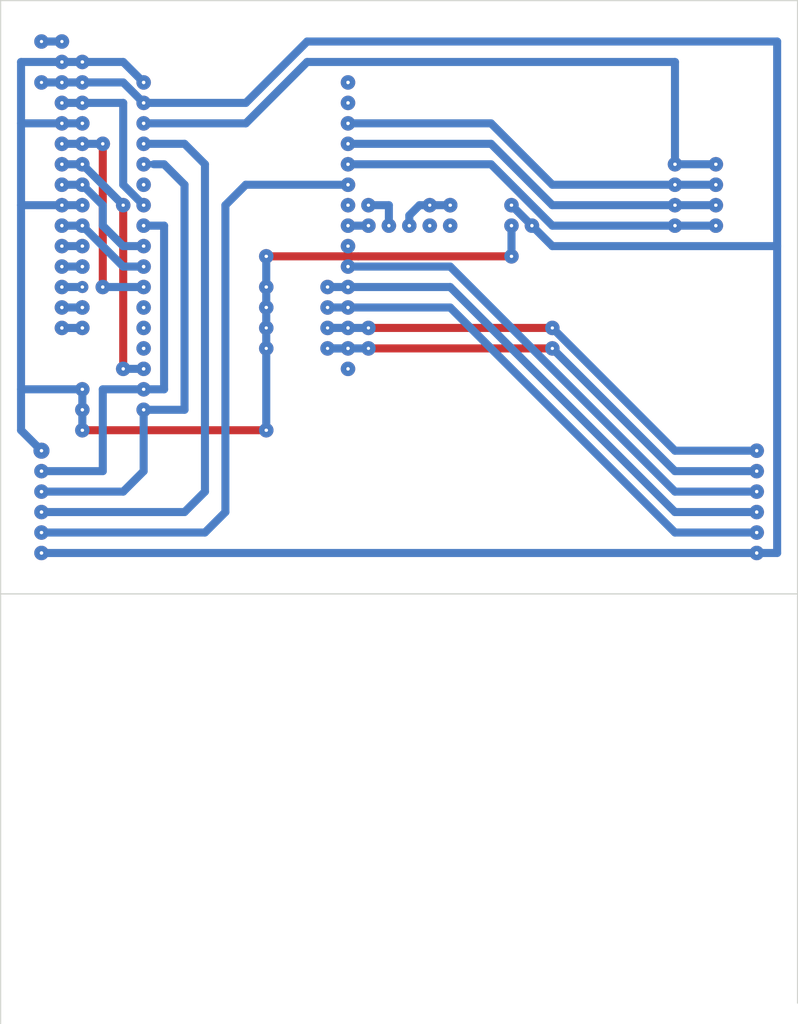
<source format=kicad_pcb>
(kicad_pcb (version 20171130) (host pcbnew "(5.0.1-3-g963ef8bb5)")

  (general
    (thickness 1.6)
    (drawings 5)
    (tracks 727)
    (zones 0)
    (modules 0)
    (nets 1)
  )

  (page A4)
  (layers
    (0 F.Cu signal)
    (31 B.Cu signal)
    (32 B.Adhes user)
    (33 F.Adhes user)
    (34 B.Paste user)
    (35 F.Paste user)
    (36 B.SilkS user)
    (37 F.SilkS user)
    (38 B.Mask user)
    (39 F.Mask user)
    (40 Dwgs.User user)
    (41 Cmts.User user)
    (42 Eco1.User user)
    (43 Eco2.User user)
    (44 Edge.Cuts user)
    (45 Margin user)
    (46 B.CrtYd user)
    (47 F.CrtYd user)
    (48 B.Fab user)
    (49 F.Fab user)
  )

  (setup
    (last_trace_width 1)
    (trace_clearance 0.2)
    (zone_clearance 0.508)
    (zone_45_only no)
    (trace_min 0.2)
    (segment_width 0.2)
    (edge_width 0.15)
    (via_size 1.8)
    (via_drill 0.4)
    (via_min_size 0.4)
    (via_min_drill 0.3)
    (uvia_size 0.3)
    (uvia_drill 0.1)
    (uvias_allowed no)
    (uvia_min_size 0.2)
    (uvia_min_drill 0.1)
    (pcb_text_width 0.3)
    (pcb_text_size 1.5 1.5)
    (mod_edge_width 0.15)
    (mod_text_size 1 1)
    (mod_text_width 0.15)
    (pad_size 1.524 1.524)
    (pad_drill 0.762)
    (pad_to_mask_clearance 0.051)
    (solder_mask_min_width 0.25)
    (aux_axis_origin 0 0)
    (visible_elements FFFFFF7F)
    (pcbplotparams
      (layerselection 0x010fc_ffffffff)
      (usegerberextensions false)
      (usegerberattributes false)
      (usegerberadvancedattributes false)
      (creategerberjobfile false)
      (excludeedgelayer true)
      (linewidth 0.150000)
      (plotframeref false)
      (viasonmask false)
      (mode 1)
      (useauxorigin false)
      (hpglpennumber 1)
      (hpglpenspeed 20)
      (hpglpendiameter 15.000000)
      (psnegative false)
      (psa4output false)
      (plotreference true)
      (plotvalue true)
      (plotinvisibletext false)
      (padsonsilk false)
      (subtractmaskfromsilk false)
      (outputformat 1)
      (mirror false)
      (drillshape 1)
      (scaleselection 1)
      (outputdirectory ""))
  )

  (net 0 "")

  (net_class Default "This is the default net class."
    (clearance 0.2)
    (trace_width 1)
    (via_dia 1.8)
    (via_drill 0.4)
    (uvia_dia 0.3)
    (uvia_drill 0.1)
  )

  (net_class neti ""
    (clearance 0.2)
    (trace_width 0.8)
    (via_dia 3)
    (via_drill 0.4)
    (uvia_dia 0.3)
    (uvia_drill 0.1)
  )

  (gr_line (start 57.15 91.44) (end 43.18 91.44) (layer Edge.Cuts) (width 0.15))
  (gr_line (start 57.15 91.44) (end 142.24 91.44) (layer Edge.Cuts) (width 0.15))
  (gr_line (start 142.24 17.78) (end 142.24 142.24) (layer Edge.Cuts) (width 0.15))
  (gr_line (start 43.18 17.78) (end 142.24 17.78) (layer Edge.Cuts) (width 0.15))
  (gr_line (start 43.18 144.78) (end 43.18 17.78) (layer Edge.Cuts) (width 0.15))

  (via (at 60.96 27.94) (size 0.8) (drill 0.4) (layers F.Cu B.Cu) (net 0))
  (via (at 60.96 30.48) (size 0.8) (drill 0.4) (layers F.Cu B.Cu) (net 0))
  (via (at 60.96 33.02) (size 0.8) (drill 0.4) (layers F.Cu B.Cu) (net 0))
  (via (at 60.96 35.56) (size 0.8) (drill 0.4) (layers F.Cu B.Cu) (net 0))
  (via (at 60.96 38.1) (size 0.8) (drill 0.4) (layers F.Cu B.Cu) (net 0))
  (via (at 60.96 38.1) (size 0.8) (drill 0.4) (layers F.Cu B.Cu) (net 0) (tstamp 5C68311F))
  (via (at 60.96 38.1) (size 0.8) (drill 0.4) (layers F.Cu B.Cu) (net 0))
  (via (at 60.96 40.64) (size 0.8) (drill 0.4) (layers F.Cu B.Cu) (net 0))
  (via (at 60.96 43.18) (size 0.8) (drill 0.4) (layers F.Cu B.Cu) (net 0))
  (via (at 60.96 45.72) (size 0.8) (drill 0.4) (layers F.Cu B.Cu) (net 0))
  (via (at 60.96 48.26) (size 0.8) (drill 0.4) (layers F.Cu B.Cu) (net 0))
  (via (at 60.96 50.8) (size 0.8) (drill 0.4) (layers F.Cu B.Cu) (net 0))
  (via (at 60.96 53.34) (size 0.8) (drill 0.4) (layers F.Cu B.Cu) (net 0))
  (via (at 60.96 55.88) (size 0.8) (drill 0.4) (layers F.Cu B.Cu) (net 0))
  (via (at 60.96 58.42) (size 0.8) (drill 0.4) (layers F.Cu B.Cu) (net 0))
  (via (at 60.96 60.96) (size 0.8) (drill 0.4) (layers F.Cu B.Cu) (net 0))
  (via (at 60.96 63.5) (size 0.8) (drill 0.4) (layers F.Cu B.Cu) (net 0))
  (via (at 86.36 27.94) (size 0.8) (drill 0.4) (layers F.Cu B.Cu) (net 0))
  (via (at 86.36 30.48) (size 0.8) (drill 0.4) (layers F.Cu B.Cu) (net 0))
  (via (at 86.36 33.02) (size 0.8) (drill 0.4) (layers F.Cu B.Cu) (net 0))
  (via (at 86.36 35.56) (size 0.8) (drill 0.4) (layers F.Cu B.Cu) (net 0))
  (via (at 86.36 38.1) (size 0.8) (drill 0.4) (layers F.Cu B.Cu) (net 0))
  (via (at 86.36 40.64) (size 0.8) (drill 0.4) (layers F.Cu B.Cu) (net 0))
  (via (at 86.36 43.18) (size 0.8) (drill 0.4) (layers F.Cu B.Cu) (net 0))
  (via (at 86.36 45.72) (size 0.8) (drill 0.4) (layers F.Cu B.Cu) (net 0))
  (via (at 86.36 48.26) (size 0.8) (drill 0.4) (layers F.Cu B.Cu) (net 0))
  (via (at 86.36 50.8) (size 0.8) (drill 0.4) (layers F.Cu B.Cu) (net 0))
  (via (at 86.36 53.34) (size 0.8) (drill 0.4) (layers F.Cu B.Cu) (net 0))
  (via (at 86.36 55.88) (size 0.8) (drill 0.4) (layers F.Cu B.Cu) (net 0))
  (via (at 86.36 58.42) (size 0.8) (drill 0.4) (layers F.Cu B.Cu) (net 0))
  (via (at 86.36 60.96) (size 0.8) (drill 0.4) (layers F.Cu B.Cu) (net 0))
  (via (at 86.36 63.5) (size 0.8) (drill 0.4) (layers F.Cu B.Cu) (net 0))
  (via (at 53.34 25.4) (size 0.8) (drill 0.4) (layers F.Cu B.Cu) (net 0))
  (via (at 53.34 27.94) (size 0.8) (drill 0.4) (layers F.Cu B.Cu) (net 0))
  (via (at 53.34 30.48) (size 0.8) (drill 0.4) (layers F.Cu B.Cu) (net 0))
  (via (at 53.34 33.02) (size 0.8) (drill 0.4) (layers F.Cu B.Cu) (net 0))
  (via (at 53.34 35.56) (size 0.8) (drill 0.4) (layers F.Cu B.Cu) (net 0))
  (via (at 53.34 38.1) (size 0.8) (drill 0.4) (layers F.Cu B.Cu) (net 0))
  (via (at 53.34 40.64) (size 0.8) (drill 0.4) (layers F.Cu B.Cu) (net 0))
  (via (at 53.34 43.18) (size 0.8) (drill 0.4) (layers F.Cu B.Cu) (net 0))
  (via (at 53.34 45.72) (size 0.8) (drill 0.4) (layers F.Cu B.Cu) (net 0))
  (via (at 53.34 48.26) (size 0.8) (drill 0.4) (layers F.Cu B.Cu) (net 0))
  (via (at 53.34 50.8) (size 0.8) (drill 0.4) (layers F.Cu B.Cu) (net 0))
  (via (at 53.34 53.34) (size 0.8) (drill 0.4) (layers F.Cu B.Cu) (net 0))
  (via (at 53.34 55.88) (size 0.8) (drill 0.4) (layers F.Cu B.Cu) (net 0))
  (via (at 53.34 58.42) (size 0.8) (drill 0.4) (layers F.Cu B.Cu) (net 0))
  (segment (start 50.8 25.4) (end 50.8 25.4) (width 0.25) (layer B.Cu) (net 0) (tstamp 5C683492))
  (via (at 50.8 25.4) (size 0.8) (drill 0.4) (layers F.Cu B.Cu) (net 0))
  (via (at 50.8 27.94) (size 0.8) (drill 0.4) (layers F.Cu B.Cu) (net 0))
  (via (at 50.8 30.48) (size 0.8) (drill 0.4) (layers F.Cu B.Cu) (net 0))
  (via (at 50.8 33.02) (size 0.8) (drill 0.4) (layers F.Cu B.Cu) (net 0))
  (via (at 50.8 35.56) (size 0.8) (drill 0.4) (layers F.Cu B.Cu) (net 0))
  (via (at 50.8 38.1) (size 0.8) (drill 0.4) (layers F.Cu B.Cu) (net 0))
  (via (at 50.8 40.64) (size 0.8) (drill 0.4) (layers F.Cu B.Cu) (net 0))
  (via (at 50.8 43.18) (size 0.8) (drill 0.4) (layers F.Cu B.Cu) (net 0))
  (via (at 50.8 45.72) (size 0.8) (drill 0.4) (layers F.Cu B.Cu) (net 0))
  (via (at 50.8 48.26) (size 0.8) (drill 0.4) (layers F.Cu B.Cu) (net 0))
  (via (at 50.8 50.8) (size 0.8) (drill 0.4) (layers F.Cu B.Cu) (net 0))
  (via (at 50.8 53.34) (size 0.8) (drill 0.4) (layers F.Cu B.Cu) (net 0))
  (via (at 50.8 55.88) (size 0.8) (drill 0.4) (layers F.Cu B.Cu) (net 0))
  (via (at 50.8 58.42) (size 0.8) (drill 0.4) (layers F.Cu B.Cu) (net 0))
  (via (at 127 38.1) (size 0.8) (drill 0.4) (layers F.Cu B.Cu) (net 0))
  (via (at 127 40.64) (size 0.8) (drill 0.4) (layers F.Cu B.Cu) (net 0))
  (via (at 127 43.18) (size 0.8) (drill 0.4) (layers F.Cu B.Cu) (net 0))
  (via (at 127 45.72) (size 0.8) (drill 0.4) (layers F.Cu B.Cu) (net 0))
  (via (at 132.08 45.72) (size 0.8) (drill 0.4) (layers F.Cu B.Cu) (net 0))
  (via (at 132.08 43.18) (size 0.8) (drill 0.4) (layers F.Cu B.Cu) (net 0))
  (via (at 132.08 40.64) (size 0.8) (drill 0.4) (layers F.Cu B.Cu) (net 0))
  (via (at 132.08 38.1) (size 0.8) (drill 0.4) (layers F.Cu B.Cu) (net 0))
  (via (at 48.26 76.2) (size 0.8) (drill 0.4) (layers F.Cu B.Cu) (net 0))
  (via (at 48.26 78.74) (size 0.8) (drill 0.4) (layers F.Cu B.Cu) (net 0))
  (via (at 48.26 81.28) (size 0.8) (drill 0.4) (layers F.Cu B.Cu) (net 0))
  (via (at 48.26 83.82) (size 0.8) (drill 0.4) (layers F.Cu B.Cu) (net 0))
  (via (at 48.26 86.36) (size 0.8) (drill 0.4) (layers F.Cu B.Cu) (net 0))
  (via (at 137.16 76.2) (size 0.8) (drill 0.4) (layers F.Cu B.Cu) (net 0))
  (via (at 137.16 78.74) (size 0.8) (drill 0.4) (layers F.Cu B.Cu) (net 0))
  (via (at 137.16 81.28) (size 0.8) (drill 0.4) (layers F.Cu B.Cu) (net 0))
  (via (at 137.16 83.82) (size 0.8) (drill 0.4) (layers F.Cu B.Cu) (net 0))
  (via (at 137.16 86.36) (size 0.8) (drill 0.4) (layers F.Cu B.Cu) (net 0))
  (via (at 48.26 78.74) (size 0.8) (drill 0.4) (layers F.Cu B.Cu) (net 0) (tstamp 5C6836AE))
  (via (at 48.26 78.74) (size 0.8) (drill 0.4) (layers F.Cu B.Cu) (net 0))
  (via (at 60.96 63.5) (size 0.8) (drill 0.4) (layers F.Cu B.Cu) (net 0) (tstamp 5C6837BA))
  (via (at 60.96 63.5) (size 1.2) (drill 0.4) (layers F.Cu B.Cu) (net 0))
  (via (at 60.96 60.96) (size 0.8) (drill 0.4) (layers F.Cu B.Cu) (net 0) (tstamp 5C6837BC))
  (via (at 60.96 60.96) (size 1.2) (drill 0.4) (layers F.Cu B.Cu) (net 0))
  (via (at 60.96 27.94) (size 0.8) (drill 0.4) (layers F.Cu B.Cu) (net 0) (tstamp 5C6837BF))
  (via (at 60.96 27.94) (size 1.2) (drill 0.4) (layers F.Cu B.Cu) (net 0))
  (via (at 60.96 30.48) (size 0.8) (drill 0.4) (layers F.Cu B.Cu) (net 0) (tstamp 5C6837C1))
  (via (at 60.96 30.48) (size 1.2) (drill 0.4) (layers F.Cu B.Cu) (net 0))
  (via (at 60.96 33.02) (size 0.8) (drill 0.4) (layers F.Cu B.Cu) (net 0) (tstamp 5C6837C3))
  (via (at 60.96 33.02) (size 1.2) (drill 0.4) (layers F.Cu B.Cu) (net 0))
  (via (at 60.96 35.56) (size 0.8) (drill 0.4) (layers F.Cu B.Cu) (net 0) (tstamp 5C6837C5))
  (via (at 60.96 35.56) (size 1.2) (drill 0.4) (layers F.Cu B.Cu) (net 0))
  (via (at 60.96 38.1) (size 0.8) (drill 0.4) (layers F.Cu B.Cu) (net 0) (tstamp 5C6837C7))
  (via (at 60.96 38.1) (size 1.2) (drill 0.4) (layers F.Cu B.Cu) (net 0))
  (via (at 60.96 40.64) (size 0.8) (drill 0.4) (layers F.Cu B.Cu) (net 0) (tstamp 5C6837C9))
  (via (at 60.96 40.64) (size 1.2) (drill 0.4) (layers F.Cu B.Cu) (net 0))
  (via (at 60.96 43.18) (size 0.8) (drill 0.4) (layers F.Cu B.Cu) (net 0) (tstamp 5C6837CB))
  (via (at 60.96 43.18) (size 1.2) (drill 0.4) (layers F.Cu B.Cu) (net 0))
  (via (at 60.96 45.72) (size 0.8) (drill 0.4) (layers F.Cu B.Cu) (net 0) (tstamp 5C6837CD))
  (via (at 60.96 45.72) (size 1.2) (drill 0.4) (layers F.Cu B.Cu) (net 0))
  (via (at 60.96 48.26) (size 0.8) (drill 0.4) (layers F.Cu B.Cu) (net 0) (tstamp 5C6837CF))
  (via (at 60.96 48.26) (size 1.2) (drill 0.4) (layers F.Cu B.Cu) (net 0))
  (via (at 60.96 50.8) (size 0.8) (drill 0.4) (layers F.Cu B.Cu) (net 0) (tstamp 5C6837D1))
  (via (at 60.96 50.8) (size 1.2) (drill 0.4) (layers F.Cu B.Cu) (net 0))
  (via (at 60.96 53.34) (size 0.8) (drill 0.4) (layers F.Cu B.Cu) (net 0) (tstamp 5C6837D3))
  (via (at 60.96 53.34) (size 1.2) (drill 0.4) (layers F.Cu B.Cu) (net 0))
  (via (at 60.96 55.88) (size 0.8) (drill 0.4) (layers F.Cu B.Cu) (net 0) (tstamp 5C6837D5))
  (via (at 60.96 55.88) (size 1.2) (drill 0.4) (layers F.Cu B.Cu) (net 0))
  (via (at 60.96 58.42) (size 0.8) (drill 0.4) (layers F.Cu B.Cu) (net 0) (tstamp 5C6837D7))
  (via (at 60.96 58.42) (size 1.2) (drill 0.4) (layers F.Cu B.Cu) (net 0))
  (via (at 60.96 60.96) (size 0.8) (drill 0.4) (layers F.Cu B.Cu) (net 0) (tstamp 5C6837D9))
  (via (at 60.96 60.96) (size 1.2) (drill 0.4) (layers F.Cu B.Cu) (net 0))
  (via (at 86.36 27.94) (size 0.8) (drill 0.4) (layers F.Cu B.Cu) (net 0) (tstamp 5C6837DB))
  (via (at 86.36 27.94) (size 1.2) (drill 0.4) (layers F.Cu B.Cu) (net 0))
  (via (at 86.36 30.48) (size 0.8) (drill 0.4) (layers F.Cu B.Cu) (net 0) (tstamp 5C6837DD))
  (via (at 86.36 30.48) (size 1.2) (drill 0.4) (layers F.Cu B.Cu) (net 0))
  (via (at 86.36 33.02) (size 0.8) (drill 0.4) (layers F.Cu B.Cu) (net 0) (tstamp 5C6837DF))
  (via (at 86.36 33.02) (size 1.2) (drill 0.4) (layers F.Cu B.Cu) (net 0))
  (via (at 86.36 35.56) (size 0.8) (drill 0.4) (layers F.Cu B.Cu) (net 0) (tstamp 5C6837E1))
  (via (at 86.36 35.56) (size 1.2) (drill 0.4) (layers F.Cu B.Cu) (net 0))
  (via (at 86.36 38.1) (size 0.8) (drill 0.4) (layers F.Cu B.Cu) (net 0) (tstamp 5C6837E3))
  (via (at 86.36 38.1) (size 1.2) (drill 0.4) (layers F.Cu B.Cu) (net 0))
  (via (at 86.36 40.64) (size 0.8) (drill 0.4) (layers F.Cu B.Cu) (net 0) (tstamp 5C6837E5))
  (via (at 86.36 40.64) (size 1.2) (drill 0.4) (layers F.Cu B.Cu) (net 0))
  (via (at 60.96 63.5) (size 0.8) (drill 0.4) (layers F.Cu B.Cu) (net 0) (tstamp 5C6837EF))
  (via (at 60.96 63.5) (size 1.2) (drill 0.4) (layers F.Cu B.Cu) (net 0))
  (via (at 60.96 63.5) (size 0.8) (drill 0.4) (layers F.Cu B.Cu) (net 0) (tstamp 5C6837F3))
  (via (at 60.96 63.5) (size 1.5) (drill 0.4) (layers F.Cu B.Cu) (net 0))
  (via (at 60.96 60.96) (size 0.8) (drill 0.4) (layers F.Cu B.Cu) (net 0) (tstamp 5C6837F5))
  (via (at 60.96 60.96) (size 1.5) (drill 0.4) (layers F.Cu B.Cu) (net 0))
  (via (at 60.96 60.96) (size 0.8) (drill 0.4) (layers F.Cu B.Cu) (net 0) (tstamp 5C6837F7))
  (via (at 60.96 60.96) (size 1.5) (drill 0.4) (layers F.Cu B.Cu) (net 0))
  (via (at 60.96 58.42) (size 0.8) (drill 0.4) (layers F.Cu B.Cu) (net 0) (tstamp 5C6837F9))
  (via (at 60.96 58.42) (size 1.5) (drill 0.4) (layers F.Cu B.Cu) (net 0))
  (via (at 60.96 55.88) (size 0.8) (drill 0.4) (layers F.Cu B.Cu) (net 0) (tstamp 5C6837FB))
  (via (at 60.96 55.88) (size 1.5) (drill 0.4) (layers F.Cu B.Cu) (net 0))
  (via (at 60.96 53.34) (size 0.8) (drill 0.4) (layers F.Cu B.Cu) (net 0) (tstamp 5C6837FD))
  (via (at 60.96 53.34) (size 1.5) (drill 0.4) (layers F.Cu B.Cu) (net 0))
  (via (at 60.96 50.8) (size 0.8) (drill 0.4) (layers F.Cu B.Cu) (net 0) (tstamp 5C6837FF))
  (via (at 60.96 50.8) (size 1.5) (drill 0.4) (layers F.Cu B.Cu) (net 0))
  (via (at 60.96 48.26) (size 0.8) (drill 0.4) (layers F.Cu B.Cu) (net 0) (tstamp 5C683801))
  (via (at 60.96 48.26) (size 1.5) (drill 0.4) (layers F.Cu B.Cu) (net 0))
  (via (at 60.96 45.72) (size 0.8) (drill 0.4) (layers F.Cu B.Cu) (net 0) (tstamp 5C683803))
  (via (at 60.96 45.72) (size 1.5) (drill 0.4) (layers F.Cu B.Cu) (net 0))
  (via (at 60.96 43.18) (size 0.8) (drill 0.4) (layers F.Cu B.Cu) (net 0) (tstamp 5C683805))
  (via (at 60.96 43.18) (size 1.5) (drill 0.4) (layers F.Cu B.Cu) (net 0))
  (via (at 60.96 40.64) (size 0.8) (drill 0.4) (layers F.Cu B.Cu) (net 0) (tstamp 5C683807))
  (via (at 60.96 40.64) (size 1.5) (drill 0.4) (layers F.Cu B.Cu) (net 0))
  (via (at 60.96 38.1) (size 0.8) (drill 0.4) (layers F.Cu B.Cu) (net 0) (tstamp 5C683809))
  (via (at 60.96 38.1) (size 1.5) (drill 0.4) (layers F.Cu B.Cu) (net 0))
  (via (at 60.96 35.56) (size 0.8) (drill 0.4) (layers F.Cu B.Cu) (net 0) (tstamp 5C68380B))
  (via (at 60.96 35.56) (size 1.5) (drill 0.4) (layers F.Cu B.Cu) (net 0))
  (via (at 60.96 33.02) (size 0.8) (drill 0.4) (layers F.Cu B.Cu) (net 0) (tstamp 5C68380D))
  (via (at 60.96 33.02) (size 1.5) (drill 0.4) (layers F.Cu B.Cu) (net 0))
  (via (at 60.96 30.48) (size 0.8) (drill 0.4) (layers F.Cu B.Cu) (net 0) (tstamp 5C68380F))
  (via (at 60.96 30.48) (size 1.5) (drill 0.4) (layers F.Cu B.Cu) (net 0))
  (via (at 60.96 27.94) (size 0.8) (drill 0.4) (layers F.Cu B.Cu) (net 0) (tstamp 5C683811))
  (via (at 60.96 27.94) (size 1.5) (drill 0.4) (layers F.Cu B.Cu) (net 0))
  (via (at 53.34 25.4) (size 0.8) (drill 0.4) (layers F.Cu B.Cu) (net 0) (tstamp 5C683813))
  (via (at 53.34 25.4) (size 1.5) (drill 0.4) (layers F.Cu B.Cu) (net 0))
  (via (at 53.34 27.94) (size 0.8) (drill 0.4) (layers F.Cu B.Cu) (net 0) (tstamp 5C683815))
  (via (at 53.34 27.94) (size 1.5) (drill 0.4) (layers F.Cu B.Cu) (net 0))
  (via (at 53.34 30.48) (size 0.8) (drill 0.4) (layers F.Cu B.Cu) (net 0) (tstamp 5C683817))
  (via (at 53.34 30.48) (size 1.5) (drill 0.4) (layers F.Cu B.Cu) (net 0))
  (via (at 53.34 33.02) (size 0.8) (drill 0.4) (layers F.Cu B.Cu) (net 0) (tstamp 5C683819))
  (via (at 53.34 33.02) (size 1.5) (drill 0.4) (layers F.Cu B.Cu) (net 0))
  (via (at 53.34 35.56) (size 0.8) (drill 0.4) (layers F.Cu B.Cu) (net 0) (tstamp 5C68381B))
  (via (at 53.34 35.56) (size 1.5) (drill 0.4) (layers F.Cu B.Cu) (net 0))
  (via (at 53.34 38.1) (size 0.8) (drill 0.4) (layers F.Cu B.Cu) (net 0) (tstamp 5C68381D))
  (via (at 53.34 38.1) (size 1.5) (drill 0.4) (layers F.Cu B.Cu) (net 0))
  (via (at 53.34 40.64) (size 0.8) (drill 0.4) (layers F.Cu B.Cu) (net 0) (tstamp 5C68381F))
  (via (at 53.34 40.64) (size 1.5) (drill 0.4) (layers F.Cu B.Cu) (net 0))
  (via (at 53.34 43.18) (size 0.8) (drill 0.4) (layers F.Cu B.Cu) (net 0) (tstamp 5C683821))
  (via (at 53.34 43.18) (size 1.5) (drill 0.4) (layers F.Cu B.Cu) (net 0))
  (via (at 53.34 45.72) (size 0.8) (drill 0.4) (layers F.Cu B.Cu) (net 0) (tstamp 5C683823))
  (via (at 53.34 45.72) (size 1.5) (drill 0.4) (layers F.Cu B.Cu) (net 0))
  (via (at 53.34 48.26) (size 0.8) (drill 0.4) (layers F.Cu B.Cu) (net 0) (tstamp 5C683825))
  (via (at 53.34 48.26) (size 1.5) (drill 0.4) (layers F.Cu B.Cu) (net 0))
  (via (at 53.34 50.8) (size 0.8) (drill 0.4) (layers F.Cu B.Cu) (net 0) (tstamp 5C683827))
  (via (at 53.34 50.8) (size 1.5) (drill 0.4) (layers F.Cu B.Cu) (net 0))
  (via (at 53.34 53.34) (size 0.8) (drill 0.4) (layers F.Cu B.Cu) (net 0) (tstamp 5C683829))
  (via (at 53.34 53.34) (size 1.5) (drill 0.4) (layers F.Cu B.Cu) (net 0))
  (via (at 53.34 55.88) (size 0.8) (drill 0.4) (layers F.Cu B.Cu) (net 0) (tstamp 5C68382B))
  (via (at 53.34 55.88) (size 1.5) (drill 0.4) (layers F.Cu B.Cu) (net 0))
  (via (at 53.34 58.42) (size 0.8) (drill 0.4) (layers F.Cu B.Cu) (net 0) (tstamp 5C68382D))
  (via (at 53.34 58.42) (size 1.5) (drill 0.4) (layers F.Cu B.Cu) (net 0))
  (segment (start 50.8 25.4) (end 50.8 25.4) (width 0.25) (layer B.Cu) (net 0) (tstamp 5C68382F))
  (via (at 50.8 25.4) (size 1.5) (drill 0.4) (layers F.Cu B.Cu) (net 0))
  (via (at 50.8 27.94) (size 0.8) (drill 0.4) (layers F.Cu B.Cu) (net 0) (tstamp 5C683831))
  (via (at 50.8 27.94) (size 1.5) (drill 0.4) (layers F.Cu B.Cu) (net 0))
  (via (at 50.8 30.48) (size 0.8) (drill 0.4) (layers F.Cu B.Cu) (net 0) (tstamp 5C683833))
  (via (at 50.8 30.48) (size 1.5) (drill 0.4) (layers F.Cu B.Cu) (net 0))
  (via (at 50.8 33.02) (size 0.8) (drill 0.4) (layers F.Cu B.Cu) (net 0) (tstamp 5C683835))
  (via (at 50.8 33.02) (size 1.5) (drill 0.4) (layers F.Cu B.Cu) (net 0))
  (via (at 50.8 35.56) (size 0.8) (drill 0.4) (layers F.Cu B.Cu) (net 0) (tstamp 5C683837))
  (via (at 50.8 35.56) (size 1.5) (drill 0.4) (layers F.Cu B.Cu) (net 0))
  (via (at 50.8 38.1) (size 0.8) (drill 0.4) (layers F.Cu B.Cu) (net 0) (tstamp 5C683839))
  (via (at 50.8 38.1) (size 1.5) (drill 0.4) (layers F.Cu B.Cu) (net 0))
  (via (at 50.8 40.64) (size 0.8) (drill 0.4) (layers F.Cu B.Cu) (net 0) (tstamp 5C68383B))
  (via (at 50.8 40.64) (size 1.5) (drill 0.4) (layers F.Cu B.Cu) (net 0))
  (via (at 50.8 43.18) (size 0.8) (drill 0.4) (layers F.Cu B.Cu) (net 0) (tstamp 5C68383D))
  (via (at 50.8 43.18) (size 1.5) (drill 0.4) (layers F.Cu B.Cu) (net 0))
  (via (at 50.8 45.72) (size 0.8) (drill 0.4) (layers F.Cu B.Cu) (net 0) (tstamp 5C68383F))
  (via (at 50.8 45.72) (size 1.5) (drill 0.4) (layers F.Cu B.Cu) (net 0))
  (via (at 50.8 48.26) (size 0.8) (drill 0.4) (layers F.Cu B.Cu) (net 0) (tstamp 5C683841))
  (via (at 50.8 48.26) (size 1.5) (drill 0.4) (layers F.Cu B.Cu) (net 0))
  (via (at 50.8 50.8) (size 0.8) (drill 0.4) (layers F.Cu B.Cu) (net 0) (tstamp 5C683843))
  (via (at 50.8 50.8) (size 1.5) (drill 0.4) (layers F.Cu B.Cu) (net 0))
  (via (at 50.8 53.34) (size 0.8) (drill 0.4) (layers F.Cu B.Cu) (net 0) (tstamp 5C683845))
  (via (at 50.8 53.34) (size 1.5) (drill 0.4) (layers F.Cu B.Cu) (net 0))
  (via (at 50.8 55.88) (size 0.8) (drill 0.4) (layers F.Cu B.Cu) (net 0) (tstamp 5C683847))
  (via (at 50.8 55.88) (size 1.5) (drill 0.4) (layers F.Cu B.Cu) (net 0))
  (via (at 50.8 58.42) (size 0.8) (drill 0.4) (layers F.Cu B.Cu) (net 0) (tstamp 5C683849))
  (via (at 50.8 58.42) (size 1.5) (drill 0.4) (layers F.Cu B.Cu) (net 0))
  (via (at 86.36 27.94) (size 0.8) (drill 0.4) (layers F.Cu B.Cu) (net 0) (tstamp 5C68384B))
  (via (at 86.36 27.94) (size 1.5) (drill 0.4) (layers F.Cu B.Cu) (net 0))
  (via (at 86.36 30.48) (size 0.8) (drill 0.4) (layers F.Cu B.Cu) (net 0) (tstamp 5C68384D))
  (via (at 86.36 30.48) (size 1.5) (drill 0.4) (layers F.Cu B.Cu) (net 0))
  (via (at 86.36 33.02) (size 0.8) (drill 0.4) (layers F.Cu B.Cu) (net 0) (tstamp 5C68384F))
  (via (at 86.36 33.02) (size 1.5) (drill 0.4) (layers F.Cu B.Cu) (net 0))
  (via (at 86.36 35.56) (size 0.8) (drill 0.4) (layers F.Cu B.Cu) (net 0) (tstamp 5C683851))
  (via (at 86.36 35.56) (size 1.5) (drill 0.4) (layers F.Cu B.Cu) (net 0))
  (via (at 86.36 38.1) (size 0.8) (drill 0.4) (layers F.Cu B.Cu) (net 0) (tstamp 5C683853))
  (via (at 86.36 38.1) (size 1.5) (drill 0.4) (layers F.Cu B.Cu) (net 0))
  (via (at 86.36 40.64) (size 0.8) (drill 0.4) (layers F.Cu B.Cu) (net 0) (tstamp 5C683855))
  (via (at 86.36 40.64) (size 1.5) (drill 0.4) (layers F.Cu B.Cu) (net 0))
  (via (at 86.36 43.18) (size 0.8) (drill 0.4) (layers F.Cu B.Cu) (net 0) (tstamp 5C683857))
  (via (at 86.36 43.18) (size 1.5) (drill 0.4) (layers F.Cu B.Cu) (net 0))
  (via (at 86.36 45.72) (size 0.8) (drill 0.4) (layers F.Cu B.Cu) (net 0) (tstamp 5C683859))
  (via (at 86.36 45.72) (size 1.5) (drill 0.4) (layers F.Cu B.Cu) (net 0))
  (via (at 86.36 48.26) (size 0.8) (drill 0.4) (layers F.Cu B.Cu) (net 0) (tstamp 5C68385B))
  (via (at 86.36 48.26) (size 1.5) (drill 0.4) (layers F.Cu B.Cu) (net 0))
  (via (at 86.36 50.8) (size 0.8) (drill 0.4) (layers F.Cu B.Cu) (net 0) (tstamp 5C68385D))
  (via (at 86.36 50.8) (size 1.5) (drill 0.4) (layers F.Cu B.Cu) (net 0))
  (via (at 86.36 53.34) (size 0.8) (drill 0.4) (layers F.Cu B.Cu) (net 0) (tstamp 5C68385F))
  (via (at 86.36 53.34) (size 1.5) (drill 0.4) (layers F.Cu B.Cu) (net 0))
  (via (at 86.36 55.88) (size 0.8) (drill 0.4) (layers F.Cu B.Cu) (net 0) (tstamp 5C683861))
  (via (at 86.36 55.88) (size 1.5) (drill 0.4) (layers F.Cu B.Cu) (net 0))
  (via (at 86.36 58.42) (size 0.8) (drill 0.4) (layers F.Cu B.Cu) (net 0) (tstamp 5C683863))
  (via (at 86.36 58.42) (size 1.5) (drill 0.4) (layers F.Cu B.Cu) (net 0))
  (via (at 86.36 60.96) (size 0.8) (drill 0.4) (layers F.Cu B.Cu) (net 0) (tstamp 5C683865))
  (via (at 86.36 60.96) (size 1.5) (drill 0.4) (layers F.Cu B.Cu) (net 0))
  (via (at 86.36 63.5) (size 0.8) (drill 0.4) (layers F.Cu B.Cu) (net 0) (tstamp 5C683867))
  (via (at 86.36 63.5) (size 1.5) (drill 0.4) (layers F.Cu B.Cu) (net 0))
  (via (at 127 38.1) (size 0.8) (drill 0.4) (layers F.Cu B.Cu) (net 0) (tstamp 5C683869))
  (via (at 127 38.1) (size 1.5) (drill 0.4) (layers F.Cu B.Cu) (net 0))
  (via (at 127 40.64) (size 0.8) (drill 0.4) (layers F.Cu B.Cu) (net 0) (tstamp 5C68386B))
  (via (at 127 40.64) (size 1.5) (drill 0.4) (layers F.Cu B.Cu) (net 0))
  (via (at 127 43.18) (size 0.8) (drill 0.4) (layers F.Cu B.Cu) (net 0) (tstamp 5C68386D))
  (via (at 127 43.18) (size 1.5) (drill 0.4) (layers F.Cu B.Cu) (net 0))
  (via (at 127 45.72) (size 0.8) (drill 0.4) (layers F.Cu B.Cu) (net 0) (tstamp 5C68386F))
  (via (at 127 45.72) (size 1.5) (drill 0.4) (layers F.Cu B.Cu) (net 0))
  (via (at 132.08 45.72) (size 0.8) (drill 0.4) (layers F.Cu B.Cu) (net 0) (tstamp 5C683871))
  (via (at 132.08 45.72) (size 1.5) (drill 0.4) (layers F.Cu B.Cu) (net 0))
  (via (at 132.08 43.18) (size 0.8) (drill 0.4) (layers F.Cu B.Cu) (net 0) (tstamp 5C683873))
  (via (at 132.08 43.18) (size 1.5) (drill 0.4) (layers F.Cu B.Cu) (net 0))
  (via (at 132.08 40.64) (size 0.8) (drill 0.4) (layers F.Cu B.Cu) (net 0) (tstamp 5C683875))
  (via (at 132.08 40.64) (size 1.5) (drill 0.4) (layers F.Cu B.Cu) (net 0))
  (via (at 132.08 38.1) (size 0.8) (drill 0.4) (layers F.Cu B.Cu) (net 0) (tstamp 5C683877))
  (via (at 132.08 38.1) (size 1.5) (drill 0.4) (layers F.Cu B.Cu) (net 0))
  (via (at 137.16 76.2) (size 0.8) (drill 0.4) (layers F.Cu B.Cu) (net 0) (tstamp 5C683879))
  (via (at 137.16 76.2) (size 1.5) (drill 0.4) (layers F.Cu B.Cu) (net 0))
  (via (at 137.16 78.74) (size 0.8) (drill 0.4) (layers F.Cu B.Cu) (net 0) (tstamp 5C68387B))
  (via (at 137.16 78.74) (size 1.5) (drill 0.4) (layers F.Cu B.Cu) (net 0))
  (via (at 137.16 81.28) (size 0.8) (drill 0.4) (layers F.Cu B.Cu) (net 0) (tstamp 5C68387D))
  (via (at 137.16 81.28) (size 1.5) (drill 0.4) (layers F.Cu B.Cu) (net 0))
  (via (at 137.16 83.82) (size 0.8) (drill 0.4) (layers F.Cu B.Cu) (net 0) (tstamp 5C68387F))
  (via (at 137.16 83.82) (size 1.5) (drill 0.4) (layers F.Cu B.Cu) (net 0))
  (via (at 137.16 86.36) (size 0.8) (drill 0.4) (layers F.Cu B.Cu) (net 0) (tstamp 5C683881))
  (via (at 137.16 86.36) (size 1.5) (drill 0.4) (layers F.Cu B.Cu) (net 0))
  (via (at 48.26 76.2) (size 0.8) (drill 0.4) (layers F.Cu B.Cu) (net 0) (tstamp 5C683885))
  (via (at 48.26 73.66) (size 1.5) (drill 0.4) (layers F.Cu B.Cu) (net 0))
  (via (at 48.26 78.74) (size 0.8) (drill 0.4) (layers F.Cu B.Cu) (net 0) (tstamp 5C683887))
  (via (at 48.26 78.74) (size 1.5) (drill 0.4) (layers F.Cu B.Cu) (net 0))
  (via (at 48.26 81.28) (size 0.8) (drill 0.4) (layers F.Cu B.Cu) (net 0) (tstamp 5C683889))
  (via (at 48.26 81.28) (size 1.5) (drill 0.4) (layers F.Cu B.Cu) (net 0))
  (via (at 48.26 83.82) (size 0.8) (drill 0.4) (layers F.Cu B.Cu) (net 0) (tstamp 5C68388B))
  (via (at 48.26 83.82) (size 1.5) (drill 0.4) (layers F.Cu B.Cu) (net 0))
  (via (at 48.26 86.36) (size 0.8) (drill 0.4) (layers F.Cu B.Cu) (net 0) (tstamp 5C68388D))
  (via (at 48.26 86.36) (size 1.5) (drill 0.4) (layers F.Cu B.Cu) (net 0))
  (segment (start 50.8 25.4) (end 53.34 25.4) (width 0.5) (layer B.Cu) (net 0))
  (segment (start 53.34 25.4) (end 58.42 25.4) (width 0.5) (layer B.Cu) (net 0))
  (segment (start 48.26 25.4) (end 50.8 25.4) (width 0.5) (layer B.Cu) (net 0))
  (segment (start 50.8 33.02) (end 48.26 33.02) (width 0.5) (layer B.Cu) (net 0))
  (segment (start 50.8 43.18) (end 48.26 43.18) (width 0.5) (layer B.Cu) (net 0))
  (segment (start 58.42 30.48) (end 58.42 33.02) (width 0.5) (layer B.Cu) (net 0))
  (segment (start 139.7 22.86) (end 139.7 27.94) (width 0.5) (layer B.Cu) (net 0))
  (segment (start 139.7 27.94) (end 139.7 25.4) (width 0.5) (layer B.Cu) (net 0))
  (segment (start 139.7 38.1) (end 139.7 27.94) (width 0.5) (layer B.Cu) (net 0))
  (via (at 48.26 76.2) (size 0.8) (drill 0.4) (layers F.Cu B.Cu) (net 0) (tstamp 5C6842EE))
  (via (at 48.26 76.2) (size 1.5) (drill 0.4) (layers F.Cu B.Cu) (net 0))
  (via (at 137.16 73.66) (size 1.5) (drill 0.4) (layers F.Cu B.Cu) (net 0))
  (segment (start 139.7 73.66) (end 139.7 76.2) (width 0.5) (layer B.Cu) (net 0))
  (segment (start 58.42 43.18) (end 58.42 43.18) (width 0.5) (layer B.Cu) (net 0) (tstamp 5C684667))
  (via (at 58.42 43.18) (size 1.5) (drill 0.4) (layers F.Cu B.Cu) (net 0))
  (via (at 58.42 63.5) (size 1.5) (drill 0.4) (layers F.Cu B.Cu) (net 0))
  (via (at 55.88 35.56) (size 1.5) (drill 0.4) (layers F.Cu B.Cu) (net 0))
  (via (at 55.88 53.34) (size 1.5) (drill 0.4) (layers F.Cu B.Cu) (net 0))
  (via (at 53.34 66.04) (size 1.5) (drill 0.4) (layers F.Cu B.Cu) (net 0))
  (via (at 53.34 68.58) (size 1.5) (drill 0.4) (layers F.Cu B.Cu) (net 0))
  (via (at 53.34 71.12) (size 1.5) (drill 0.4) (layers F.Cu B.Cu) (net 0))
  (via (at 83.82 53.34) (size 1.5) (drill 0.4) (layers F.Cu B.Cu) (net 0))
  (via (at 83.82 55.88) (size 1.5) (drill 0.4) (layers F.Cu B.Cu) (net 0))
  (via (at 76.2 53.34) (size 1.5) (drill 0.4) (layers F.Cu B.Cu) (net 0))
  (via (at 76.2 55.88) (size 1.5) (drill 0.4) (layers F.Cu B.Cu) (net 0))
  (via (at 76.2 71.12) (size 1.5) (drill 0.4) (layers F.Cu B.Cu) (net 0))
  (segment (start 76.2 53.34) (end 76.2 58.42) (width 0.5) (layer B.Cu) (net 0))
  (segment (start 139.7 86.36) (end 139.7 76.2) (width 0.5) (layer B.Cu) (net 0))
  (via (at 60.96 66.04) (size 1.5) (drill 0.4) (layers F.Cu B.Cu) (net 0))
  (via (at 60.96 68.58) (size 1.5) (drill 0.4) (layers F.Cu B.Cu) (net 0))
  (via (at 88.9 45.72) (size 1.5) (drill 0.4) (layers F.Cu B.Cu) (net 0))
  (via (at 91.44 45.72) (size 1.5) (drill 0.4) (layers F.Cu B.Cu) (net 0))
  (via (at 93.98 45.72) (size 1.5) (drill 0.4) (layers F.Cu B.Cu) (net 0))
  (via (at 96.52 45.72) (size 1.5) (drill 0.4) (layers F.Cu B.Cu) (net 0))
  (via (at 99.06 45.72) (size 1.5) (drill 0.4) (layers F.Cu B.Cu) (net 0))
  (via (at 106.68 45.72) (size 1.5) (drill 0.4) (layers F.Cu B.Cu) (net 0))
  (via (at 109.22 45.72) (size 1.5) (drill 0.4) (layers F.Cu B.Cu) (net 0))
  (segment (start 139.7 48.26) (end 139.7 73.66) (width 0.5) (layer B.Cu) (net 0))
  (segment (start 139.7 38.1) (end 139.7 48.26) (width 0.5) (layer B.Cu) (net 0))
  (via (at 99.06 43.18) (size 1.5) (drill 0.4) (layers F.Cu B.Cu) (net 0))
  (segment (start 76.2 50.8) (end 76.2 52.07) (width 0.5) (layer B.Cu) (net 0))
  (segment (start 76.2 52.07) (end 76.2 53.34) (width 0.5) (layer B.Cu) (net 0))
  (via (at 106.68 43.18) (size 1.5) (drill 0.4) (layers F.Cu B.Cu) (net 0))
  (via (at 76.2 49.53) (size 1.5) (drill 0.4) (layers F.Cu B.Cu) (net 0))
  (via (at 106.68 49.53) (size 1.5) (drill 0.4) (layers F.Cu B.Cu) (net 0))
  (segment (start 76.2 49.53) (end 76.2 53.34) (width 0.5) (layer B.Cu) (net 0))
  (via (at 48.26 73.66) (size 1.5) (drill 0.4) (layers F.Cu B.Cu) (net 0) (tstamp 5C7B7556))
  (via (at 48.26 73.66) (size 2) (drill 0.4) (layers F.Cu B.Cu) (net 0))
  (via (at 48.26 76.2) (size 0.8) (drill 0.4) (layers F.Cu B.Cu) (net 0) (tstamp 5C7B7558))
  (via (at 48.26 76.2) (size 1.8) (drill 0.4) (layers F.Cu B.Cu) (net 0))
  (via (at 48.26 78.74) (size 0.8) (drill 0.4) (layers F.Cu B.Cu) (net 0) (tstamp 5C7B755A))
  (via (at 48.26 78.74) (size 1.8) (drill 0.4) (layers F.Cu B.Cu) (net 0))
  (via (at 48.26 81.28) (size 0.8) (drill 0.4) (layers F.Cu B.Cu) (net 0) (tstamp 5C7B755C))
  (via (at 48.26 81.28) (size 1.8) (drill 0.4) (layers F.Cu B.Cu) (net 0))
  (via (at 48.26 83.82) (size 0.8) (drill 0.4) (layers F.Cu B.Cu) (net 0) (tstamp 5C7B755E))
  (via (at 48.26 83.82) (size 1.8) (drill 0.4) (layers F.Cu B.Cu) (net 0))
  (via (at 48.26 86.36) (size 0.8) (drill 0.4) (layers F.Cu B.Cu) (net 0) (tstamp 5C7B7560))
  (via (at 48.26 86.36) (size 1.8) (drill 0.4) (layers F.Cu B.Cu) (net 0))
  (via (at 137.16 73.66) (size 1.5) (drill 0.4) (layers F.Cu B.Cu) (net 0) (tstamp 5C7B7562))
  (via (at 137.16 73.66) (size 1.8) (drill 0.4) (layers F.Cu B.Cu) (net 0))
  (via (at 137.16 76.2) (size 0.8) (drill 0.4) (layers F.Cu B.Cu) (net 0) (tstamp 5C7B7564))
  (via (at 137.16 76.2) (size 1.8) (drill 0.4) (layers F.Cu B.Cu) (net 0))
  (via (at 137.16 78.74) (size 0.8) (drill 0.4) (layers F.Cu B.Cu) (net 0) (tstamp 5C7B7566))
  (via (at 137.16 78.74) (size 1.8) (drill 0.4) (layers F.Cu B.Cu) (net 0))
  (via (at 137.16 81.28) (size 0.8) (drill 0.4) (layers F.Cu B.Cu) (net 0) (tstamp 5C7B7568))
  (via (at 137.16 81.28) (size 1.8) (drill 0.4) (layers F.Cu B.Cu) (net 0))
  (via (at 137.16 83.82) (size 0.8) (drill 0.4) (layers F.Cu B.Cu) (net 0) (tstamp 5C7B756A))
  (via (at 137.16 83.82) (size 1.8) (drill 0.4) (layers F.Cu B.Cu) (net 0))
  (via (at 137.16 86.36) (size 0.8) (drill 0.4) (layers F.Cu B.Cu) (net 0) (tstamp 5C7B756C))
  (via (at 137.16 86.36) (size 1.8) (drill 0.4) (layers F.Cu B.Cu) (net 0))
  (via (at 132.08 38.1) (size 0.8) (drill 0.4) (layers F.Cu B.Cu) (net 0) (tstamp 5C7B756E))
  (via (at 132.08 38.1) (size 1.8) (drill 0.4) (layers F.Cu B.Cu) (net 0))
  (via (at 132.08 40.64) (size 0.8) (drill 0.4) (layers F.Cu B.Cu) (net 0) (tstamp 5C7B7570))
  (via (at 132.08 40.64) (size 1.8) (drill 0.4) (layers F.Cu B.Cu) (net 0))
  (via (at 132.08 43.18) (size 0.8) (drill 0.4) (layers F.Cu B.Cu) (net 0) (tstamp 5C7B7572))
  (via (at 132.08 43.18) (size 1.8) (drill 0.4) (layers F.Cu B.Cu) (net 0))
  (via (at 132.08 45.72) (size 0.8) (drill 0.4) (layers F.Cu B.Cu) (net 0) (tstamp 5C7B7574))
  (via (at 132.08 45.72) (size 1.8) (drill 0.4) (layers F.Cu B.Cu) (net 0))
  (via (at 127 38.1) (size 0.8) (drill 0.4) (layers F.Cu B.Cu) (net 0) (tstamp 5C7B7576))
  (via (at 127 38.1) (size 1.8) (drill 0.4) (layers F.Cu B.Cu) (net 0))
  (via (at 127 40.64) (size 0.8) (drill 0.4) (layers F.Cu B.Cu) (net 0) (tstamp 5C7B7578))
  (via (at 127 40.64) (size 1.8) (drill 0.4) (layers F.Cu B.Cu) (net 0))
  (via (at 127 43.18) (size 0.8) (drill 0.4) (layers F.Cu B.Cu) (net 0) (tstamp 5C7B757A))
  (via (at 127 43.18) (size 1.8) (drill 0.4) (layers F.Cu B.Cu) (net 0))
  (via (at 127 45.72) (size 0.8) (drill 0.4) (layers F.Cu B.Cu) (net 0) (tstamp 5C7B757C))
  (via (at 127 45.72) (size 1.8) (drill 0.4) (layers F.Cu B.Cu) (net 0))
  (via (at 86.36 27.94) (size 0.8) (drill 0.4) (layers F.Cu B.Cu) (net 0) (tstamp 5C7B757E))
  (via (at 86.36 27.94) (size 1.8) (drill 0.4) (layers F.Cu B.Cu) (net 0))
  (via (at 86.36 30.48) (size 0.8) (drill 0.4) (layers F.Cu B.Cu) (net 0) (tstamp 5C7B7580))
  (via (at 86.36 30.48) (size 1.8) (drill 0.4) (layers F.Cu B.Cu) (net 0))
  (via (at 86.36 33.02) (size 0.8) (drill 0.4) (layers F.Cu B.Cu) (net 0) (tstamp 5C7B7582))
  (via (at 86.36 33.02) (size 1.8) (drill 0.4) (layers F.Cu B.Cu) (net 0))
  (via (at 86.36 35.56) (size 0.8) (drill 0.4) (layers F.Cu B.Cu) (net 0) (tstamp 5C7B7584))
  (via (at 86.36 35.56) (size 1.8) (drill 0.4) (layers F.Cu B.Cu) (net 0))
  (via (at 86.36 38.1) (size 0.8) (drill 0.4) (layers F.Cu B.Cu) (net 0) (tstamp 5C7B7586))
  (via (at 86.36 38.1) (size 1.8) (drill 0.4) (layers F.Cu B.Cu) (net 0))
  (via (at 86.36 40.64) (size 0.8) (drill 0.4) (layers F.Cu B.Cu) (net 0) (tstamp 5C7B7588))
  (via (at 86.36 40.64) (size 1.8) (drill 0.4) (layers F.Cu B.Cu) (net 0))
  (via (at 86.36 43.18) (size 0.8) (drill 0.4) (layers F.Cu B.Cu) (net 0) (tstamp 5C7B758A))
  (via (at 86.36 43.18) (size 1.8) (drill 0.4) (layers F.Cu B.Cu) (net 0))
  (via (at 86.36 45.72) (size 0.8) (drill 0.4) (layers F.Cu B.Cu) (net 0) (tstamp 5C7B758C))
  (via (at 86.36 45.72) (size 1.8) (drill 0.4) (layers F.Cu B.Cu) (net 0))
  (via (at 86.36 48.26) (size 0.8) (drill 0.4) (layers F.Cu B.Cu) (net 0) (tstamp 5C7B758E))
  (via (at 86.36 48.26) (size 1.8) (drill 0.4) (layers F.Cu B.Cu) (net 0))
  (via (at 86.36 50.8) (size 0.8) (drill 0.4) (layers F.Cu B.Cu) (net 0) (tstamp 5C7B7590))
  (via (at 86.36 50.8) (size 1.8) (drill 0.4) (layers F.Cu B.Cu) (net 0))
  (via (at 86.36 53.34) (size 0.8) (drill 0.4) (layers F.Cu B.Cu) (net 0) (tstamp 5C7B7592))
  (via (at 86.36 53.34) (size 1.8) (drill 0.4) (layers F.Cu B.Cu) (net 0))
  (via (at 86.36 55.88) (size 0.8) (drill 0.4) (layers F.Cu B.Cu) (net 0) (tstamp 5C7B7594))
  (via (at 86.36 55.88) (size 1.8) (drill 0.4) (layers F.Cu B.Cu) (net 0))
  (via (at 86.36 58.42) (size 0.8) (drill 0.4) (layers F.Cu B.Cu) (net 0) (tstamp 5C7B7596))
  (via (at 86.36 58.42) (size 1.8) (drill 0.4) (layers F.Cu B.Cu) (net 0))
  (via (at 86.36 60.96) (size 0.8) (drill 0.4) (layers F.Cu B.Cu) (net 0) (tstamp 5C7B7598))
  (via (at 86.36 60.96) (size 1.8) (drill 0.4) (layers F.Cu B.Cu) (net 0))
  (via (at 86.36 63.5) (size 0.8) (drill 0.4) (layers F.Cu B.Cu) (net 0) (tstamp 5C7B759A))
  (via (at 86.36 63.5) (size 1.8) (drill 0.4) (layers F.Cu B.Cu) (net 0))
  (via (at 60.96 27.94) (size 0.8) (drill 0.4) (layers F.Cu B.Cu) (net 0) (tstamp 5C7B759C))
  (via (at 60.96 27.94) (size 1.8) (drill 0.4) (layers F.Cu B.Cu) (net 0))
  (via (at 60.96 30.48) (size 0.8) (drill 0.4) (layers F.Cu B.Cu) (net 0) (tstamp 5C7B759E))
  (via (at 60.96 30.48) (size 1.8) (drill 0.4) (layers F.Cu B.Cu) (net 0))
  (via (at 60.96 33.02) (size 0.8) (drill 0.4) (layers F.Cu B.Cu) (net 0) (tstamp 5C7B75A0))
  (via (at 60.96 33.02) (size 1.8) (drill 0.4) (layers F.Cu B.Cu) (net 0))
  (via (at 60.96 35.56) (size 0.8) (drill 0.4) (layers F.Cu B.Cu) (net 0) (tstamp 5C7B75A2))
  (via (at 60.96 35.56) (size 1.8) (drill 0.4) (layers F.Cu B.Cu) (net 0))
  (via (at 60.96 38.1) (size 0.8) (drill 0.4) (layers F.Cu B.Cu) (net 0) (tstamp 5C7B75A4))
  (via (at 60.96 38.1) (size 1.8) (drill 0.4) (layers F.Cu B.Cu) (net 0))
  (via (at 60.96 40.64) (size 0.8) (drill 0.4) (layers F.Cu B.Cu) (net 0) (tstamp 5C7B75A6))
  (via (at 60.96 40.64) (size 1.8) (drill 0.4) (layers F.Cu B.Cu) (net 0))
  (via (at 60.96 43.18) (size 0.8) (drill 0.4) (layers F.Cu B.Cu) (net 0) (tstamp 5C7B75A8))
  (via (at 60.96 43.18) (size 1.8) (drill 0.4) (layers F.Cu B.Cu) (net 0))
  (via (at 60.96 45.72) (size 0.8) (drill 0.4) (layers F.Cu B.Cu) (net 0) (tstamp 5C7B75AA))
  (via (at 60.96 45.72) (size 1.8) (drill 0.4) (layers F.Cu B.Cu) (net 0))
  (via (at 60.96 48.26) (size 0.8) (drill 0.4) (layers F.Cu B.Cu) (net 0) (tstamp 5C7B75AC))
  (via (at 60.96 48.26) (size 1.8) (drill 0.4) (layers F.Cu B.Cu) (net 0))
  (via (at 60.96 50.8) (size 0.8) (drill 0.4) (layers F.Cu B.Cu) (net 0) (tstamp 5C7B75AE))
  (via (at 60.96 50.8) (size 1.8) (drill 0.4) (layers F.Cu B.Cu) (net 0))
  (via (at 60.96 53.34) (size 0.8) (drill 0.4) (layers F.Cu B.Cu) (net 0) (tstamp 5C7B75B0))
  (via (at 60.96 53.34) (size 1.8) (drill 0.4) (layers F.Cu B.Cu) (net 0))
  (via (at 60.96 55.88) (size 0.8) (drill 0.4) (layers F.Cu B.Cu) (net 0) (tstamp 5C7B75B2))
  (via (at 60.96 55.88) (size 1.8) (drill 0.4) (layers F.Cu B.Cu) (net 0))
  (via (at 60.96 58.42) (size 0.8) (drill 0.4) (layers F.Cu B.Cu) (net 0) (tstamp 5C7B75B4))
  (via (at 60.96 58.42) (size 1.8) (drill 0.4) (layers F.Cu B.Cu) (net 0))
  (via (at 60.96 60.96) (size 0.8) (drill 0.4) (layers F.Cu B.Cu) (net 0) (tstamp 5C7B75B6))
  (via (at 60.96 60.96) (size 1.8) (drill 0.4) (layers F.Cu B.Cu) (net 0))
  (via (at 60.96 63.5) (size 0.8) (drill 0.4) (layers F.Cu B.Cu) (net 0) (tstamp 5C7B75B8))
  (via (at 60.96 63.5) (size 1.8) (drill 0.4) (layers F.Cu B.Cu) (net 0))
  (via (at 53.34 25.4) (size 0.8) (drill 0.4) (layers F.Cu B.Cu) (net 0) (tstamp 5C7B75BA))
  (via (at 53.34 25.4) (size 1.8) (drill 0.4) (layers F.Cu B.Cu) (net 0))
  (via (at 53.34 27.94) (size 0.8) (drill 0.4) (layers F.Cu B.Cu) (net 0) (tstamp 5C7B75BC))
  (via (at 53.34 27.94) (size 1.8) (drill 0.4) (layers F.Cu B.Cu) (net 0))
  (via (at 53.34 30.48) (size 0.8) (drill 0.4) (layers F.Cu B.Cu) (net 0) (tstamp 5C7B75BE))
  (via (at 53.34 30.48) (size 1.8) (drill 0.4) (layers F.Cu B.Cu) (net 0))
  (via (at 53.34 33.02) (size 0.8) (drill 0.4) (layers F.Cu B.Cu) (net 0) (tstamp 5C7B75C0))
  (via (at 53.34 33.02) (size 1.8) (drill 0.4) (layers F.Cu B.Cu) (net 0))
  (via (at 53.34 35.56) (size 0.8) (drill 0.4) (layers F.Cu B.Cu) (net 0) (tstamp 5C7B75C2))
  (via (at 53.34 35.56) (size 1.8) (drill 0.4) (layers F.Cu B.Cu) (net 0))
  (via (at 53.34 38.1) (size 0.8) (drill 0.4) (layers F.Cu B.Cu) (net 0) (tstamp 5C7B75C4))
  (via (at 53.34 38.1) (size 1.8) (drill 0.4) (layers F.Cu B.Cu) (net 0))
  (via (at 53.34 40.64) (size 0.8) (drill 0.4) (layers F.Cu B.Cu) (net 0) (tstamp 5C7B75C6))
  (via (at 53.34 40.64) (size 1.8) (drill 0.4) (layers F.Cu B.Cu) (net 0))
  (via (at 53.34 43.18) (size 0.8) (drill 0.4) (layers F.Cu B.Cu) (net 0) (tstamp 5C7B75C8))
  (via (at 53.34 43.18) (size 1.8) (drill 0.4) (layers F.Cu B.Cu) (net 0))
  (via (at 53.34 45.72) (size 0.8) (drill 0.4) (layers F.Cu B.Cu) (net 0) (tstamp 5C7B75CA))
  (via (at 53.34 45.72) (size 1.8) (drill 0.4) (layers F.Cu B.Cu) (net 0))
  (via (at 53.34 48.26) (size 0.8) (drill 0.4) (layers F.Cu B.Cu) (net 0) (tstamp 5C7B75CC))
  (via (at 53.34 48.26) (size 1.8) (drill 0.4) (layers F.Cu B.Cu) (net 0))
  (via (at 53.34 50.8) (size 0.8) (drill 0.4) (layers F.Cu B.Cu) (net 0) (tstamp 5C7B75CE))
  (via (at 53.34 50.8) (size 1.8) (drill 0.4) (layers F.Cu B.Cu) (net 0))
  (via (at 53.34 50.8) (size 0.8) (drill 0.4) (layers F.Cu B.Cu) (net 0) (tstamp 5C7B75D0))
  (via (at 53.34 50.8) (size 1.8) (drill 0.4) (layers F.Cu B.Cu) (net 0))
  (via (at 53.34 55.88) (size 0.8) (drill 0.4) (layers F.Cu B.Cu) (net 0) (tstamp 5C7B75D2))
  (via (at 53.34 55.88) (size 1.8) (drill 0.4) (layers F.Cu B.Cu) (net 0))
  (via (at 53.34 55.88) (size 0.8) (drill 0.4) (layers F.Cu B.Cu) (net 0) (tstamp 5C7B75D4))
  (via (at 53.34 55.88) (size 1.8) (drill 0.4) (layers F.Cu B.Cu) (net 0))
  (via (at 50.8 58.42) (size 0.8) (drill 0.4) (layers F.Cu B.Cu) (net 0) (tstamp 5C7B75D6))
  (via (at 50.8 58.42) (size 1.8) (drill 0.4) (layers F.Cu B.Cu) (net 0))
  (via (at 50.8 55.88) (size 0.8) (drill 0.4) (layers F.Cu B.Cu) (net 0) (tstamp 5C7B75D8))
  (via (at 50.8 55.88) (size 1.8) (drill 0.4) (layers F.Cu B.Cu) (net 0))
  (via (at 53.34 58.42) (size 0.8) (drill 0.4) (layers F.Cu B.Cu) (net 0) (tstamp 5C7B75DA))
  (via (at 53.34 58.42) (size 1.8) (drill 0.4) (layers F.Cu B.Cu) (net 0))
  (via (at 50.8 53.34) (size 0.8) (drill 0.4) (layers F.Cu B.Cu) (net 0) (tstamp 5C7B75DC))
  (via (at 50.8 53.34) (size 1.8) (drill 0.4) (layers F.Cu B.Cu) (net 0))
  (via (at 50.8 50.8) (size 0.8) (drill 0.4) (layers F.Cu B.Cu) (net 0) (tstamp 5C7B75DE))
  (via (at 50.8 50.8) (size 1.8) (drill 0.4) (layers F.Cu B.Cu) (net 0))
  (via (at 50.8 48.26) (size 0.8) (drill 0.4) (layers F.Cu B.Cu) (net 0) (tstamp 5C7B75E0))
  (via (at 50.8 48.26) (size 1.8) (drill 0.4) (layers F.Cu B.Cu) (net 0))
  (via (at 50.8 45.72) (size 0.8) (drill 0.4) (layers F.Cu B.Cu) (net 0) (tstamp 5C7B75E2))
  (via (at 50.8 45.72) (size 1.8) (drill 0.4) (layers F.Cu B.Cu) (net 0))
  (via (at 50.8 43.18) (size 0.8) (drill 0.4) (layers F.Cu B.Cu) (net 0) (tstamp 5C7B75E4))
  (via (at 50.8 43.18) (size 1.8) (drill 0.4) (layers F.Cu B.Cu) (net 0))
  (via (at 50.8 40.64) (size 0.8) (drill 0.4) (layers F.Cu B.Cu) (net 0) (tstamp 5C7B75E6))
  (via (at 50.8 40.64) (size 1.8) (drill 0.4) (layers F.Cu B.Cu) (net 0))
  (via (at 50.8 38.1) (size 0.8) (drill 0.4) (layers F.Cu B.Cu) (net 0) (tstamp 5C7B75E8))
  (via (at 50.8 38.1) (size 1.8) (drill 0.4) (layers F.Cu B.Cu) (net 0))
  (via (at 50.8 35.56) (size 0.8) (drill 0.4) (layers F.Cu B.Cu) (net 0) (tstamp 5C7B75EA))
  (via (at 50.8 35.56) (size 1.8) (drill 0.4) (layers F.Cu B.Cu) (net 0))
  (via (at 50.8 33.02) (size 0.8) (drill 0.4) (layers F.Cu B.Cu) (net 0) (tstamp 5C7B75EC))
  (via (at 50.8 33.02) (size 1.8) (drill 0.4) (layers F.Cu B.Cu) (net 0))
  (via (at 50.8 30.48) (size 0.8) (drill 0.4) (layers F.Cu B.Cu) (net 0) (tstamp 5C7B75EE))
  (via (at 50.8 30.48) (size 1.8) (drill 0.4) (layers F.Cu B.Cu) (net 0))
  (via (at 50.8 27.94) (size 0.8) (drill 0.4) (layers F.Cu B.Cu) (net 0) (tstamp 5C7B75F0))
  (via (at 50.8 27.94) (size 1.8) (drill 0.4) (layers F.Cu B.Cu) (net 0))
  (segment (start 50.8 25.4) (end 50.8 25.4) (width 0.25) (layer B.Cu) (net 0) (tstamp 5C7B75F2))
  (via (at 50.8 25.4) (size 1.8) (drill 0.4) (layers F.Cu B.Cu) (net 0))
  (via (at 88.9 45.72) (size 1.5) (drill 0.4) (layers F.Cu B.Cu) (net 0) (tstamp 5C7B75F4))
  (via (at 88.9 45.72) (size 1.8) (drill 0.4) (layers F.Cu B.Cu) (net 0))
  (via (at 91.44 45.72) (size 1.5) (drill 0.4) (layers F.Cu B.Cu) (net 0) (tstamp 5C7B75F6))
  (via (at 91.44 45.72) (size 1.8) (drill 0.4) (layers F.Cu B.Cu) (net 0))
  (via (at 99.06 43.18) (size 1.5) (drill 0.4) (layers F.Cu B.Cu) (net 0) (tstamp 5C7B75FA))
  (via (at 99.06 43.18) (size 1.8) (drill 0.4) (layers F.Cu B.Cu) (net 0))
  (via (at 106.68 43.18) (size 1.5) (drill 0.4) (layers F.Cu B.Cu) (net 0) (tstamp 5C7B75FC))
  (via (at 106.68 43.18) (size 1.8) (drill 0.4) (layers F.Cu B.Cu) (net 0))
  (via (at 93.98 45.72) (size 1.5) (drill 0.4) (layers F.Cu B.Cu) (net 0) (tstamp 5C7B75FE))
  (via (at 93.98 45.72) (size 1.8) (drill 0.4) (layers F.Cu B.Cu) (net 0))
  (via (at 96.52 45.72) (size 1.5) (drill 0.4) (layers F.Cu B.Cu) (net 0) (tstamp 5C7B7600))
  (via (at 96.52 45.72) (size 1.8) (drill 0.4) (layers F.Cu B.Cu) (net 0))
  (via (at 99.06 45.72) (size 1.5) (drill 0.4) (layers F.Cu B.Cu) (net 0) (tstamp 5C7B7602))
  (via (at 99.06 45.72) (size 1.8) (drill 0.4) (layers F.Cu B.Cu) (net 0))
  (via (at 106.68 45.72) (size 1.5) (drill 0.4) (layers F.Cu B.Cu) (net 0) (tstamp 5C7B7604))
  (via (at 106.68 45.72) (size 1.8) (drill 0.4) (layers F.Cu B.Cu) (net 0))
  (via (at 109.22 45.72) (size 1.5) (drill 0.4) (layers F.Cu B.Cu) (net 0) (tstamp 5C7B7606))
  (via (at 109.22 45.72) (size 1.8) (drill 0.4) (layers F.Cu B.Cu) (net 0))
  (via (at 60.96 66.04) (size 1.5) (drill 0.4) (layers F.Cu B.Cu) (net 0) (tstamp 5C7B7608))
  (via (at 60.96 66.04) (size 1.8) (drill 0.4) (layers F.Cu B.Cu) (net 0))
  (via (at 60.96 68.58) (size 1.5) (drill 0.4) (layers F.Cu B.Cu) (net 0) (tstamp 5C7B760A))
  (via (at 60.96 68.58) (size 1.8) (drill 0.4) (layers F.Cu B.Cu) (net 0))
  (via (at 53.34 68.58) (size 1.5) (drill 0.4) (layers F.Cu B.Cu) (net 0) (tstamp 5C7B760C))
  (via (at 53.34 68.58) (size 1.8) (drill 0.4) (layers F.Cu B.Cu) (net 0))
  (via (at 53.34 66.04) (size 1.5) (drill 0.4) (layers F.Cu B.Cu) (net 0) (tstamp 5C7B760E))
  (via (at 53.34 66.04) (size 1.8) (drill 0.4) (layers F.Cu B.Cu) (net 0))
  (segment (start 50.8 25.4) (end 45.72 25.4) (width 0.5) (layer B.Cu) (net 0))
  (segment (start 48.26 66.04) (end 45.72 66.04) (width 0.5) (layer B.Cu) (net 0))
  (via (at 48.26 22.86) (size 1.8) (drill 0.4) (layers F.Cu B.Cu) (net 0))
  (via (at 48.26 27.94) (size 1.8) (drill 0.4) (layers F.Cu B.Cu) (net 0))
  (segment (start 139.7 86.36) (end 138.43 86.36) (width 0.8) (layer B.Cu) (net 0))
  (segment (start 137.16 86.36) (end 138.43 86.36) (width 0.5) (layer B.Cu) (net 0))
  (segment (start 135.89 86.36) (end 49.53 86.36) (width 0.8) (layer B.Cu) (net 0))
  (segment (start 135.89 86.36) (end 137.16 86.36) (width 0.5) (layer B.Cu) (net 0))
  (segment (start 127 25.4) (end 127 36.83) (width 0.8) (layer B.Cu) (net 0))
  (segment (start 127 36.83) (end 127 38.1) (width 0.5) (layer B.Cu) (net 0))
  (segment (start 127 40.64) (end 132.08 40.64) (width 0.8) (layer B.Cu) (net 0))
  (segment (start 127 45.72) (end 132.08 45.72) (width 0.8) (layer B.Cu) (net 0))
  (segment (start 127 40.64) (end 111.76 40.64) (width 0.8) (layer B.Cu) (net 0))
  (segment (start 87.63 35.56) (end 104.14 35.56) (width 0.8) (layer B.Cu) (net 0))
  (segment (start 86.36 35.56) (end 87.63 35.56) (width 0.5) (layer B.Cu) (net 0))
  (segment (start 111.76 45.72) (end 127 45.72) (width 0.8) (layer B.Cu) (net 0))
  (segment (start 135.89 81.28) (end 137.16 81.28) (width 0.5) (layer B.Cu) (net 0))
  (segment (start 86.36 55.88) (end 87.63 55.88) (width 0.5) (layer B.Cu) (net 0))
  (segment (start 99.06 55.88) (end 87.63 55.88) (width 0.8) (layer B.Cu) (net 0))
  (segment (start 111.76 48.26) (end 110.49 46.99) (width 0.8) (layer B.Cu) (net 0))
  (segment (start 109.22 45.72) (end 110.49 46.99) (width 0.5) (layer B.Cu) (net 0))
  (segment (start 109.22 45.72) (end 106.68 43.18) (width 0.8) (layer B.Cu) (net 0))
  (segment (start 97.79 43.18) (end 96.52 43.18) (width 0.8) (layer B.Cu) (net 0))
  (segment (start 99.06 43.18) (end 97.79 43.18) (width 0.5) (layer B.Cu) (net 0))
  (segment (start 50.8 43.18) (end 53.34 43.18) (width 0.8) (layer B.Cu) (net 0))
  (segment (start 50.8 35.56) (end 53.34 35.56) (width 0.8) (layer B.Cu) (net 0))
  (segment (start 50.8 33.02) (end 53.34 33.02) (width 0.8) (layer B.Cu) (net 0))
  (segment (start 50.8 30.48) (end 53.34 30.48) (width 0.8) (layer B.Cu) (net 0))
  (segment (start 52.07 27.94) (end 53.34 27.94) (width 0.8) (layer B.Cu) (net 0))
  (segment (start 50.8 27.94) (end 52.07 27.94) (width 0.8) (layer B.Cu) (net 0))
  (segment (start 49.53 27.94) (end 52.07 27.94) (width 0.8) (layer B.Cu) (net 0))
  (segment (start 48.26 27.94) (end 49.53 27.94) (width 0.5) (layer B.Cu) (net 0))
  (segment (start 49.53 27.94) (end 50.8 27.94) (width 0.5) (layer B.Cu) (net 0))
  (segment (start 45.72 33.02) (end 50.8 33.02) (width 0.8) (layer B.Cu) (net 0))
  (segment (start 45.72 43.18) (end 50.8 43.18) (width 0.8) (layer B.Cu) (net 0))
  (segment (start 53.34 35.56) (end 55.88 35.56) (width 0.8) (layer B.Cu) (net 0))
  (segment (start 54.61 27.94) (end 58.42 27.94) (width 0.8) (layer B.Cu) (net 0))
  (segment (start 53.34 27.94) (end 54.61 27.94) (width 0.5) (layer B.Cu) (net 0))
  (segment (start 58.42 27.94) (end 59.69 29.21) (width 0.8) (layer B.Cu) (net 0))
  (segment (start 59.69 29.21) (end 60.96 30.48) (width 0.5) (layer B.Cu) (net 0))
  (segment (start 53.34 30.48) (end 58.42 30.48) (width 0.8) (layer B.Cu) (net 0))
  (segment (start 54.61 41.91) (end 53.34 40.64) (width 0.8) (layer B.Cu) (net 0))
  (segment (start 55.88 43.18) (end 54.61 41.91) (width 0.5) (layer B.Cu) (net 0))
  (segment (start 63.5 66.04) (end 55.88 66.04) (width 0.8) (layer B.Cu) (net 0))
  (segment (start 48.26 78.74) (end 57.15 78.74) (width 0.8) (layer B.Cu) (net 0))
  (segment (start 58.42 78.74) (end 57.15 78.74) (width 0.5) (layer B.Cu) (net 0))
  (segment (start 76.2 60.96) (end 76.2 60.96) (width 0.8) (layer B.Cu) (net 0))
  (segment (start 76.2 69.85) (end 76.2 60.96) (width 0.8) (layer B.Cu) (net 0))
  (segment (start 83.82 55.88) (end 85.09 55.88) (width 0.8) (layer B.Cu) (net 0))
  (segment (start 85.09 55.88) (end 86.36 55.88) (width 0.5) (layer B.Cu) (net 0))
  (via (at 83.82 58.42) (size 1.8) (drill 0.4) (layers F.Cu B.Cu) (net 0))
  (segment (start 76.2 58.42) (end 76.2 71.12) (width 0.5) (layer B.Cu) (net 0) (tstamp 5C711CCF))
  (via (at 76.2 58.42) (size 1.8) (drill 0.4) (layers F.Cu B.Cu) (net 0))
  (via (at 83.82 60.96) (size 1.8) (drill 0.4) (layers F.Cu B.Cu) (net 0))
  (segment (start 76.2 60.96) (end 76.2 49.53) (width 0.8) (layer B.Cu) (net 0) (tstamp 5C711CD3))
  (via (at 76.2 60.96) (size 1.8) (drill 0.4) (layers F.Cu B.Cu) (net 0))
  (via (at 76.2 55.88) (size 1.5) (drill 0.4) (layers F.Cu B.Cu) (net 0) (tstamp 5C711CDC))
  (via (at 76.2 55.88) (size 1.8) (drill 0.4) (layers F.Cu B.Cu) (net 0))
  (via (at 76.2 53.34) (size 1.5) (drill 0.4) (layers F.Cu B.Cu) (net 0) (tstamp 5C711CE2))
  (via (at 76.2 53.34) (size 1.8) (drill 0.4) (layers F.Cu B.Cu) (net 0))
  (via (at 76.2 49.53) (size 1.5) (drill 0.4) (layers F.Cu B.Cu) (net 0) (tstamp 5C711CE7))
  (via (at 76.2 49.53) (size 1.8) (drill 0.4) (layers F.Cu B.Cu) (net 0))
  (via (at 58.42 63.5) (size 1.5) (drill 0.4) (layers F.Cu B.Cu) (net 0) (tstamp 5C711CEB))
  (via (at 58.42 63.5) (size 1.8) (drill 0.4) (layers F.Cu B.Cu) (net 0))
  (via (at 53.34 71.12) (size 1.5) (drill 0.4) (layers F.Cu B.Cu) (net 0) (tstamp 5C711CF1))
  (via (at 53.34 71.12) (size 1.8) (drill 0.4) (layers F.Cu B.Cu) (net 0))
  (via (at 76.2 71.12) (size 1.5) (drill 0.4) (layers F.Cu B.Cu) (net 0) (tstamp 5C711CF3))
  (via (at 76.2 71.12) (size 1.8) (drill 0.4) (layers F.Cu B.Cu) (net 0))
  (via (at 83.82 53.34) (size 1.5) (drill 0.4) (layers F.Cu B.Cu) (net 0) (tstamp 5C711D07))
  (via (at 83.82 53.34) (size 1.8) (drill 0.4) (layers F.Cu B.Cu) (net 0))
  (via (at 83.82 55.88) (size 1.5) (drill 0.4) (layers F.Cu B.Cu) (net 0) (tstamp 5C711D09))
  (via (at 83.82 55.88) (size 1.8) (drill 0.4) (layers F.Cu B.Cu) (net 0))
  (via (at 106.68 49.53) (size 1.5) (drill 0.4) (layers F.Cu B.Cu) (net 0) (tstamp 5C711D0B))
  (via (at 106.68 49.53) (size 1.8) (drill 0.4) (layers F.Cu B.Cu) (net 0) (status 1000000))
  (via (at 55.88 35.56) (size 1.5) (drill 0.4) (layers F.Cu B.Cu) (net 0) (tstamp 5C711D10))
  (via (at 55.88 35.56) (size 1.8) (drill 0.4) (layers F.Cu B.Cu) (net 0))
  (via (at 55.88 53.34) (size 1.5) (drill 0.4) (layers F.Cu B.Cu) (net 0) (tstamp 5C711D12))
  (via (at 55.88 53.34) (size 1.8) (drill 0.4) (layers F.Cu B.Cu) (net 0))
  (segment (start 58.42 43.18) (end 58.42 43.18) (width 0.5) (layer B.Cu) (net 0) (tstamp 5C711D14))
  (via (at 58.42 43.18) (size 1.8) (drill 0.4) (layers F.Cu B.Cu) (net 0))
  (segment (start 109.22 45.72) (end 111.76 48.26) (width 0.8) (layer B.Cu) (net 0))
  (segment (start 137.16 78.74) (end 134.62 78.74) (width 0.8) (layer B.Cu) (net 0))
  (segment (start 134.62 78.74) (end 135.89 78.74) (width 0.8) (layer B.Cu) (net 0))
  (segment (start 127 78.74) (end 134.62 78.74) (width 0.8) (layer B.Cu) (net 0))
  (segment (start 137.16 81.28) (end 134.62 81.28) (width 0.8) (layer B.Cu) (net 0))
  (segment (start 134.62 81.28) (end 127 81.28) (width 0.8) (layer B.Cu) (net 0))
  (segment (start 135.89 81.28) (end 134.62 81.28) (width 0.8) (layer B.Cu) (net 0))
  (segment (start 138.43 86.36) (end 134.62 86.36) (width 0.8) (layer B.Cu) (net 0))
  (segment (start 134.62 86.36) (end 135.89 86.36) (width 0.5) (layer B.Cu) (net 0))
  (segment (start 48.26 86.36) (end 134.62 86.36) (width 0.5) (layer B.Cu) (net 0))
  (segment (start 48.26 27.94) (end 50.8 27.94) (width 0.8) (layer B.Cu) (net 0))
  (segment (start 86.36 50.8) (end 99.06 50.8) (width 1) (layer B.Cu) (net 0))
  (segment (start 99.06 50.8) (end 127 78.74) (width 1) (layer B.Cu) (net 0))
  (segment (start 127 78.74) (end 137.16 78.74) (width 1) (layer B.Cu) (net 0))
  (segment (start 137.16 81.28) (end 127 81.28) (width 1) (layer B.Cu) (net 0))
  (segment (start 99.06 53.34) (end 127 81.28) (width 1) (layer B.Cu) (net 0))
  (segment (start 99.06 53.34) (end 86.36 53.34) (width 1) (layer B.Cu) (net 0))
  (segment (start 86.36 55.88) (end 99.06 55.88) (width 1) (layer B.Cu) (net 0))
  (segment (start 127 83.82) (end 99.06 55.88) (width 1) (layer B.Cu) (net 0))
  (segment (start 127 83.82) (end 137.16 83.82) (width 1) (layer B.Cu) (net 0))
  (segment (start 137.16 86.36) (end 48.26 86.36) (width 1) (layer B.Cu) (net 0))
  (segment (start 137.16 86.36) (end 139.7 86.36) (width 1) (layer B.Cu) (net 0))
  (segment (start 139.7 86.36) (end 139.7 22.86) (width 1) (layer B.Cu) (net 0))
  (segment (start 139.7 22.86) (end 81.28 22.86) (width 1) (layer B.Cu) (net 0))
  (segment (start 73.66 30.48) (end 60.96 30.48) (width 1) (layer B.Cu) (net 0))
  (segment (start 60.96 33.02) (end 73.66 33.02) (width 1) (layer B.Cu) (net 0))
  (segment (start 73.66 33.02) (end 81.28 25.4) (width 1) (layer B.Cu) (net 0))
  (segment (start 127 25.4) (end 81.28 25.4) (width 1) (layer B.Cu) (net 0))
  (segment (start 127 25.4) (end 127 38.1) (width 1) (layer B.Cu) (net 0))
  (segment (start 127 38.1) (end 132.08 38.1) (width 1) (layer B.Cu) (net 0))
  (segment (start 132.08 40.64) (end 111.76 40.64) (width 1) (layer B.Cu) (net 0))
  (segment (start 111.76 40.64) (end 104.14 33.02) (width 1) (layer B.Cu) (net 0))
  (segment (start 104.14 33.02) (end 86.36 33.02) (width 1) (layer B.Cu) (net 0))
  (segment (start 86.36 35.56) (end 104.14 35.56) (width 1) (layer B.Cu) (net 0))
  (segment (start 104.14 35.56) (end 111.76 43.18) (width 1) (layer B.Cu) (net 0))
  (segment (start 111.76 43.18) (end 127 43.18) (width 1) (layer B.Cu) (net 0))
  (segment (start 132.08 43.18) (end 127 43.18) (width 1) (layer B.Cu) (net 0))
  (segment (start 132.08 45.72) (end 111.76 45.72) (width 1) (layer B.Cu) (net 0))
  (segment (start 111.76 45.72) (end 104.14 38.1) (width 1) (layer B.Cu) (net 0))
  (segment (start 104.14 38.1) (end 86.36 38.1) (width 1) (layer B.Cu) (net 0))
  (segment (start 91.44 45.72) (end 91.44 43.18) (width 1) (layer B.Cu) (net 0))
  (segment (start 88.9 45.72) (end 86.36 45.72) (width 1) (layer B.Cu) (net 0))
  (segment (start 99.06 43.18) (end 95.25 43.18) (width 1) (layer B.Cu) (net 0))
  (segment (start 93.98 44.45) (end 93.98 45.72) (width 1) (layer B.Cu) (net 0))
  (segment (start 93.98 44.45) (end 95.25 43.18) (width 1) (layer B.Cu) (net 0))
  (segment (start 106.68 49.53) (end 106.68 45.72) (width 1) (layer B.Cu) (net 0))
  (segment (start 106.68 43.18) (end 111.76 48.26) (width 1) (layer B.Cu) (net 0))
  (segment (start 111.76 48.26) (end 139.7 48.26) (width 1) (layer B.Cu) (net 0))
  (segment (start 83.82 58.42) (end 86.36 58.42) (width 1) (layer B.Cu) (net 0))
  (segment (start 83.82 60.96) (end 86.36 60.96) (width 1) (layer B.Cu) (net 0))
  (segment (start 48.26 83.82) (end 68.58 83.82) (width 1) (layer B.Cu) (net 0))
  (segment (start 68.58 83.82) (end 71.12 81.28) (width 1) (layer B.Cu) (net 0))
  (segment (start 71.12 81.28) (end 71.12 43.18) (width 1) (layer B.Cu) (net 0))
  (segment (start 71.12 43.18) (end 73.66 40.64) (width 1) (layer B.Cu) (net 0))
  (segment (start 73.66 40.64) (end 86.36 40.64) (width 1) (layer B.Cu) (net 0))
  (segment (start 48.26 81.28) (end 66.04 81.28) (width 1) (layer B.Cu) (net 0))
  (segment (start 66.04 81.28) (end 68.58 78.74) (width 1) (layer B.Cu) (net 0))
  (segment (start 68.58 78.74) (end 68.58 38.1) (width 1) (layer B.Cu) (net 0))
  (segment (start 66.04 35.56) (end 60.96 35.56) (width 1) (layer B.Cu) (net 0))
  (segment (start 66.04 35.56) (end 68.58 38.1) (width 1) (layer B.Cu) (net 0))
  (segment (start 62.23 38.1) (end 63.5 38.1) (width 1) (layer B.Cu) (net 0))
  (segment (start 62.23 38.1) (end 60.96 38.1) (width 0.8) (layer B.Cu) (net 0))
  (segment (start 63.5 38.1) (end 66.04 40.64) (width 1) (layer B.Cu) (net 0))
  (segment (start 66.04 40.64) (end 66.04 68.58) (width 1) (layer B.Cu) (net 0))
  (segment (start 66.04 68.58) (end 60.96 68.58) (width 1) (layer B.Cu) (net 0))
  (segment (start 60.96 68.58) (end 60.96 76.2) (width 1) (layer B.Cu) (net 0))
  (segment (start 60.96 76.2) (end 58.42 78.74) (width 1) (layer B.Cu) (net 0))
  (segment (start 58.42 78.74) (end 48.26 78.74) (width 1) (layer B.Cu) (net 0))
  (segment (start 48.26 76.2) (end 55.88 76.2) (width 1) (layer B.Cu) (net 0))
  (segment (start 55.88 66.04) (end 55.88 76.2) (width 1) (layer B.Cu) (net 0))
  (segment (start 55.88 66.04) (end 60.96 66.04) (width 1) (layer B.Cu) (net 0))
  (segment (start 53.34 66.04) (end 45.72 66.04) (width 1) (layer B.Cu) (net 0))
  (segment (start 58.42 63.5) (end 60.96 63.5) (width 1) (layer B.Cu) (net 0))
  (segment (start 60.96 66.04) (end 63.5 66.04) (width 1) (layer B.Cu) (net 0))
  (segment (start 63.5 66.04) (end 63.5 45.72) (width 1) (layer B.Cu) (net 0))
  (segment (start 63.5 45.72) (end 60.96 45.72) (width 1) (layer B.Cu) (net 0))
  (segment (start 60.96 53.34) (end 55.88 53.34) (width 1) (layer B.Cu) (net 0))
  (segment (start 53.34 71.12) (end 53.34 66.04) (width 1) (layer B.Cu) (net 0))
  (segment (start 48.26 73.66) (end 45.72 71.12) (width 1) (layer B.Cu) (net 0))
  (segment (start 45.72 71.12) (end 45.72 25.4) (width 1) (layer B.Cu) (net 0))
  (segment (start 45.72 25.4) (end 58.42 25.4) (width 1) (layer B.Cu) (net 0))
  (segment (start 58.42 25.4) (end 60.96 27.94) (width 1) (layer B.Cu) (net 0))
  (segment (start 48.26 27.94) (end 58.42 27.94) (width 1) (layer B.Cu) (net 0))
  (segment (start 58.42 27.94) (end 60.96 30.48) (width 1) (layer B.Cu) (net 0))
  (segment (start 50.8 30.48) (end 58.42 30.48) (width 1) (layer B.Cu) (net 0))
  (segment (start 58.42 30.48) (end 58.42 40.64) (width 1) (layer B.Cu) (net 0))
  (segment (start 58.42 40.64) (end 60.96 43.18) (width 1) (layer B.Cu) (net 0))
  (segment (start 58.42 43.18) (end 53.34 38.1) (width 1) (layer B.Cu) (net 0))
  (segment (start 45.72 33.02) (end 53.34 33.02) (width 1) (layer B.Cu) (net 0))
  (segment (start 50.8 35.56) (end 55.88 35.56) (width 1) (layer B.Cu) (net 0))
  (segment (start 50.8 38.1) (end 53.34 38.1) (width 1) (layer B.Cu) (net 0))
  (segment (start 50.8 40.64) (end 53.34 40.64) (width 1) (layer B.Cu) (net 0))
  (segment (start 45.72 43.18) (end 53.34 43.18) (width 1) (layer B.Cu) (net 0))
  (segment (start 50.8 45.72) (end 53.34 45.72) (width 1) (layer B.Cu) (net 0))
  (segment (start 50.8 48.26) (end 53.34 48.26) (width 1) (layer B.Cu) (net 0))
  (segment (start 50.8 50.8) (end 53.34 50.8) (width 1) (layer B.Cu) (net 0))
  (segment (start 50.8 53.34) (end 53.34 53.34) (width 1) (layer B.Cu) (net 0))
  (segment (start 50.8 55.88) (end 53.34 55.88) (width 1) (layer B.Cu) (net 0))
  (segment (start 50.8 58.42) (end 53.34 58.42) (width 1) (layer B.Cu) (net 0))
  (segment (start 53.34 45.72) (end 58.42 50.8) (width 1) (layer B.Cu) (net 0))
  (segment (start 58.42 50.8) (end 60.96 50.8) (width 1) (layer B.Cu) (net 0))
  (segment (start 60.96 48.26) (end 58.42 48.26) (width 1) (layer B.Cu) (net 0))
  (segment (start 58.42 48.26) (end 55.88 45.72) (width 1) (layer B.Cu) (net 0))
  (segment (start 55.88 45.72) (end 55.88 43.18) (width 1) (layer B.Cu) (net 0))
  (segment (start 55.88 43.18) (end 53.34 40.64) (width 1) (layer B.Cu) (net 0))
  (segment (start 76.2 71.12) (end 76.2 49.53) (width 1) (layer B.Cu) (net 0))
  (segment (start 137.16 76.2) (end 127 76.2) (width 1) (layer B.Cu) (net 0))
  (segment (start 127 76.2) (end 111.76 60.96) (width 1) (layer B.Cu) (net 0))
  (segment (start 137.16 73.66) (end 127 73.66) (width 1) (layer B.Cu) (net 0))
  (segment (start 127 73.66) (end 111.76 58.42) (width 1) (layer B.Cu) (net 0))
  (segment (start 111.76 58.42) (end 111.76 58.42) (width 1) (layer B.Cu) (net 0) (tstamp 5C712743))
  (via (at 111.76 58.42) (size 1.8) (drill 0.4) (layers F.Cu B.Cu) (net 0))
  (segment (start 111.76 60.96) (end 111.76 60.96) (width 1) (layer B.Cu) (net 0) (tstamp 5C712745))
  (via (at 111.76 60.96) (size 1.8) (drill 0.4) (layers F.Cu B.Cu) (net 0))
  (via (at 88.9 58.42) (size 1.8) (drill 0.4) (layers F.Cu B.Cu) (net 0))
  (via (at 88.9 60.96) (size 1.8) (drill 0.4) (layers F.Cu B.Cu) (net 0))
  (segment (start 88.9 58.42) (end 83.82 58.42) (width 1) (layer B.Cu) (net 0))
  (segment (start 83.82 60.96) (end 88.9 60.96) (width 1) (layer B.Cu) (net 0))
  (segment (start 83.82 55.88) (end 86.36 55.88) (width 1) (layer B.Cu) (net 0))
  (segment (start 83.82 53.34) (end 86.36 53.34) (width 1) (layer B.Cu) (net 0))
  (segment (start 73.66 30.48) (end 81.28 22.86) (width 1) (layer B.Cu) (net 0))
  (via (at 50.8 22.86) (size 1.8) (drill 0.4) (layers F.Cu B.Cu) (net 0))
  (segment (start 53.34 71.12) (end 76.2 71.12) (width 1) (layer F.Cu) (net 0))
  (segment (start 88.9 58.42) (end 111.76 58.42) (width 1) (layer F.Cu) (net 0))
  (segment (start 88.9 60.96) (end 111.76 60.96) (width 1) (layer F.Cu) (net 0))
  (segment (start 55.88 35.56) (end 55.88 53.34) (width 1) (layer F.Cu) (net 0))
  (segment (start 58.42 43.18) (end 58.42 63.5) (width 1) (layer F.Cu) (net 0))
  (segment (start 50.8 22.86) (end 48.26 22.86) (width 1) (layer B.Cu) (net 0))
  (via (at 99.06 43.18) (size 1.5) (drill 0.4) (layers F.Cu B.Cu) (net 0) (tstamp 5C72B51E))
  (via (at 99.06 43.18) (size 1.8) (drill 0.4) (layers F.Cu B.Cu) (net 0))
  (segment (start 96.52 43.18) (end 95.25 43.18) (width 0.8) (layer B.Cu) (net 0) (tstamp 5C72B520))
  (via (at 96.52 43.18) (size 1.8) (drill 0.4) (layers F.Cu B.Cu) (net 0))
  (via (at 88.9 43.18) (size 1.8) (drill 0.4) (layers F.Cu B.Cu) (net 0))
  (segment (start 88.9 43.18) (end 91.44 43.18) (width 1) (layer B.Cu) (net 0))
  (segment (start 87.63 49.53) (end 76.2 49.53) (width 1) (layer F.Cu) (net 0))
  (segment (start 106.68 49.53) (end 87.63 49.53) (width 1) (layer F.Cu) (net 0))

)

</source>
